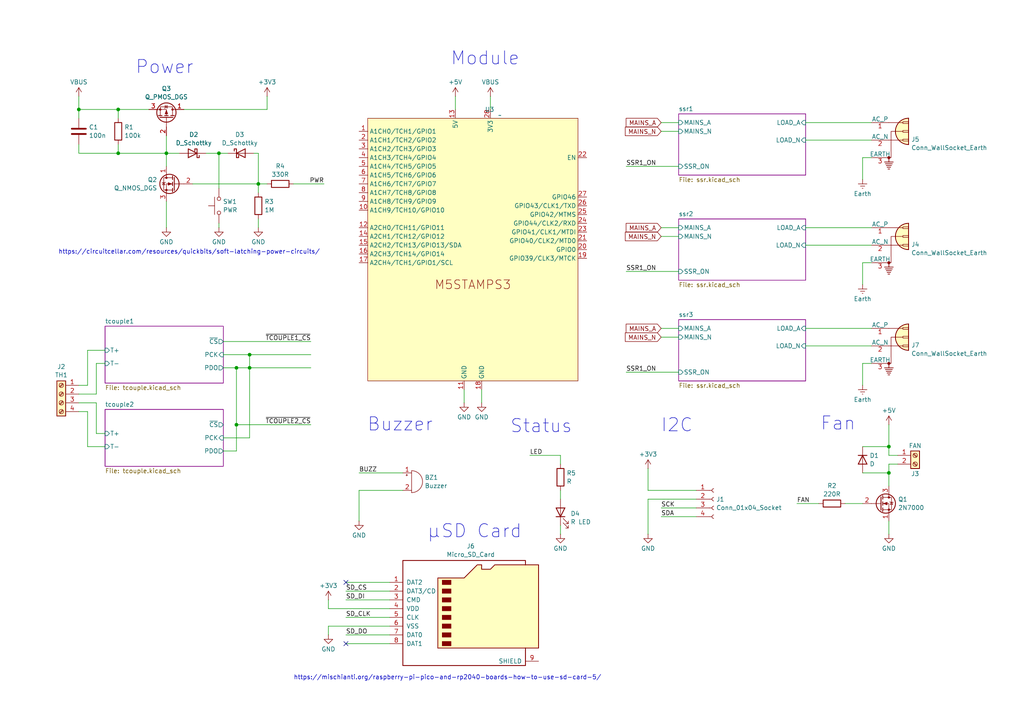
<source format=kicad_sch>
(kicad_sch (version 20231120) (generator "eeschema") (generator_version "8.0")
  (paper "A4")
  (lib_symbols
    (symbol "Connector:Conn_01x04_Socket" (pin_names (offset 1.016) hide)
      (property "Reference" "J" (at 0 5.08 0))
      (property "Value" "Conn_01x04_Socket" (at 0 -7.62 0))
      (symbol "Conn_01x04_Socket_1_1"
        (arc (start 0 -4.572) (mid -0.5058 -5.08) (end 0 -5.588) (stroke (width 0.1524)))
        (arc (start 0 -2.032) (mid -0.5058 -2.54) (end 0 -3.048) (stroke (width 0.1524)))
        (polyline (pts (xy -1.27 -5.08) (xy -0.508 -5.08)) (stroke (width 0.1524)))
        (polyline (pts (xy -1.27 -2.54) (xy -0.508 -2.54)) (stroke (width 0.1524)))
        (polyline (pts (xy -1.27 0) (xy -0.508 0)) (stroke (width 0.1524)))
        (polyline (pts (xy -1.27 2.54) (xy -0.508 2.54)) (stroke (width 0.1524)))
        (arc (start 0 0.508) (mid -0.5058 0) (end 0 -0.508) (stroke (width 0.1524)))
        (arc (start 0 3.048) (mid -0.5058 2.54) (end 0 2.032) (stroke (width 0.1524)))
        (pin passive line (at -5.08 2.54 0) (length 3.81) (name "Pin_1") (number "1"))
        (pin passive line (at -5.08 0 0) (length 3.81) (name "Pin_2") (number "2"))
        (pin passive line (at -5.08 -2.54 0) (length 3.81) (name "Pin_3") (number "3"))
        (pin passive line (at -5.08 -5.08 0) (length 3.81) (name "Pin_4") (number "4"))
      )
    )
    (symbol "Connector:Conn_WallSocket_Earth" (pin_names (offset 0))
      (property "Reference" "J" (at 3.81 6.985 0))
      (property "Value" "Conn_WallSocket_Earth" (at 7.62 2.54 90))
      (symbol "Conn_WallSocket_Earth_0_1"
        (circle (center 0 -5.08) (radius 0.3556) (fill (type outline)))
        (polyline (pts (xy -1.27 -6.35) (xy 1.27 -6.35)) (stroke (width 0.2032)))
        (polyline (pts (xy 0 -5.08) (xy 0 -6.35)) (stroke (width 0.2032)))
        (polyline (pts (xy 0.254 -8.382) (xy -0.254 -8.382)) (stroke (width 0.2032)))
        (polyline (pts (xy 0.508 -7.874) (xy -0.508 -7.874)) (stroke (width 0.2032)))
        (polyline (pts (xy 0.762 -7.366) (xy -0.762 -7.366)) (stroke (width 0.2032)))
        (polyline (pts (xy 1.016 -6.858) (xy -1.016 -6.858)) (stroke (width 0.2032)))
        (polyline (pts (xy 4.064 0) (xy 0 0)))
        (polyline (pts (xy 4.064 5.08) (xy 0 5.08)))
        (polyline (pts (xy 5.715 -1.27) (xy 5.715 6.35)) (stroke (width 0.254)))
        (polyline (pts (xy 0 -5.08) (xy 0.635 -5.08) (xy 0.635 2.54) (xy 4.064 2.54)))
        (rectangle (start 5.715 -0.254) (end 4.064 0.254))
        (rectangle (start 5.715 2.286) (end 4.064 2.794))
        (rectangle (start 5.715 4.826) (end 4.064 5.334))
        (arc (start 5.715 6.35) (mid 1.9216 2.54) (end 5.715 -1.27) (stroke (width 0.254)) (fill (type background)))
      )
      (symbol "Conn_WallSocket_Earth_1_1"
        (pin power_in line (at -5.08 5.08 0) (length 5.08) (name "AC_P") (number "1"))
        (pin power_in line (at -5.08 0 0) (length 5.08) (name "AC_N") (number "2"))
        (pin passive line (at -5.08 -5.08 0) (length 5.08) (name "EARTH") (number "3"))
      )
    )
    (symbol "Connector:Micro_SD_Card" (pin_names (offset 1.016))
      (property "Reference" "J" (at -16.51 15.24 0))
      (property "Value" "Micro_SD_Card" (at 16.51 15.24 0))
      (symbol "Micro_SD_Card_0_1"
        (rectangle (start -7.62 -9.525) (end -5.08 -10.795) (fill (type outline)))
        (rectangle (start -7.62 -6.985) (end -5.08 -8.255) (fill (type outline)))
        (rectangle (start -7.62 -4.445) (end -5.08 -5.715) (fill (type outline)))
        (rectangle (start -7.62 -1.905) (end -5.08 -3.175) (fill (type outline)))
        (rectangle (start -7.62 0.635) (end -5.08 -0.635) (fill (type outline)))
        (rectangle (start -7.62 3.175) (end -5.08 1.905) (fill (type outline)))
        (rectangle (start -7.62 5.715) (end -5.08 4.445) (fill (type outline)))
        (rectangle (start -7.62 8.255) (end -5.08 6.985) (fill (type outline)))
        (polyline (pts (xy 16.51 12.7) (xy 16.51 13.97) (xy -19.05 13.97) (xy -19.05 -16.51) (xy 16.51 -16.51) (xy 16.51 -11.43)) (stroke (width 0.254)))
        (polyline (pts (xy -8.89 -11.43) (xy -8.89 8.89) (xy -1.27 8.89) (xy 2.54 12.7) (xy 3.81 12.7) (xy 3.81 11.43) (xy 6.35 11.43) (xy 7.62 12.7) (xy 20.32 12.7) (xy 20.32 -11.43) (xy -8.89 -11.43)) (stroke (width 0.254)) (fill (type background)))
      )
      (symbol "Micro_SD_Card_1_1"
        (pin bidirectional line (at -22.86 7.62 0) (length 3.81) (name "DAT2") (number "1"))
        (pin bidirectional line (at -22.86 5.08 0) (length 3.81) (name "DAT3/CD") (number "2"))
        (pin input line (at -22.86 2.54 0) (length 3.81) (name "CMD") (number "3"))
        (pin power_in line (at -22.86 0 0) (length 3.81) (name "VDD") (number "4"))
        (pin input line (at -22.86 -2.54 0) (length 3.81) (name "CLK") (number "5"))
        (pin power_in line (at -22.86 -5.08 0) (length 3.81) (name "VSS") (number "6"))
        (pin bidirectional line (at -22.86 -7.62 0) (length 3.81) (name "DAT0") (number "7"))
        (pin bidirectional line (at -22.86 -10.16 0) (length 3.81) (name "DAT1") (number "8"))
        (pin passive line (at 20.32 -15.24 180) (length 3.81) (name "SHIELD") (number "9"))
      )
    )
    (symbol "Connector:Screw_Terminal_01x02" (pin_names (offset 1.016) hide)
      (property "Reference" "J" (at 0 2.54 0))
      (property "Value" "Screw_Terminal_01x02" (at 0 -5.08 0))
      (symbol "Screw_Terminal_01x02_1_1"
        (rectangle (start -1.27 1.27) (end 1.27 -3.81) (stroke (width 0.254)) (fill (type background)))
        (circle (center 0 -2.54) (radius 0.635) (stroke (width 0.1524)))
        (polyline (pts (xy -0.5334 -2.2098) (xy 0.3302 -3.048)) (stroke (width 0.1524)))
        (polyline (pts (xy -0.5334 0.3302) (xy 0.3302 -0.508)) (stroke (width 0.1524)))
        (polyline (pts (xy -0.3556 -2.032) (xy 0.508 -2.8702)) (stroke (width 0.1524)))
        (polyline (pts (xy -0.3556 0.508) (xy 0.508 -0.3302)) (stroke (width 0.1524)))
        (circle (center 0 0) (radius 0.635) (stroke (width 0.1524)))
        (pin passive line (at -5.08 0 0) (length 3.81) (name "Pin_1") (number "1"))
        (pin passive line (at -5.08 -2.54 0) (length 3.81) (name "Pin_2") (number "2"))
      )
    )
    (symbol "Connector:Screw_Terminal_01x04" (pin_names (offset 1.016) hide)
      (property "Reference" "J" (at 0 5.08 0))
      (property "Value" "Screw_Terminal_01x04" (at 0 -7.62 0))
      (symbol "Screw_Terminal_01x04_1_1"
        (rectangle (start -1.27 3.81) (end 1.27 -6.35) (stroke (width 0.254)) (fill (type background)))
        (circle (center 0 -5.08) (radius 0.635) (stroke (width 0.1524)))
        (circle (center 0 -2.54) (radius 0.635) (stroke (width 0.1524)))
        (polyline (pts (xy -0.5334 -4.7498) (xy 0.3302 -5.588)) (stroke (width 0.1524)))
        (polyline (pts (xy -0.5334 -2.2098) (xy 0.3302 -3.048)) (stroke (width 0.1524)))
        (polyline (pts (xy -0.5334 0.3302) (xy 0.3302 -0.508)) (stroke (width 0.1524)))
        (polyline (pts (xy -0.5334 2.8702) (xy 0.3302 2.032)) (stroke (width 0.1524)))
        (polyline (pts (xy -0.3556 -4.572) (xy 0.508 -5.4102)) (stroke (width 0.1524)))
        (polyline (pts (xy -0.3556 -2.032) (xy 0.508 -2.8702)) (stroke (width 0.1524)))
        (polyline (pts (xy -0.3556 0.508) (xy 0.508 -0.3302)) (stroke (width 0.1524)))
        (polyline (pts (xy -0.3556 3.048) (xy 0.508 2.2098)) (stroke (width 0.1524)))
        (circle (center 0 0) (radius 0.635) (stroke (width 0.1524)))
        (circle (center 0 2.54) (radius 0.635) (stroke (width 0.1524)))
        (pin passive line (at -5.08 2.54 0) (length 3.81) (name "Pin_1") (number "1"))
        (pin passive line (at -5.08 0 0) (length 3.81) (name "Pin_2") (number "2"))
        (pin passive line (at -5.08 -2.54 0) (length 3.81) (name "Pin_3") (number "3"))
        (pin passive line (at -5.08 -5.08 0) (length 3.81) (name "Pin_4") (number "4"))
      )
    )
    (symbol "Device:Buzzer" (pin_names (offset 0.0254) hide)
      (property "Reference" "BZ" (at 3.81 1.27 0))
      (property "Value" "Buzzer" (at 3.81 -1.27 0))
      (symbol "Buzzer_0_1"
        (arc (start 0 -3.175) (mid 3.1612 0) (end 0 3.175))
        (polyline (pts (xy -1.651 1.905) (xy -1.143 1.905)))
        (polyline (pts (xy -1.397 2.159) (xy -1.397 1.651)))
        (polyline (pts (xy 0 3.175) (xy 0 -3.175)))
      )
      (symbol "Buzzer_1_1"
        (pin passive line (at -2.54 2.54 0) (length 2.54) (name "+") (number "1"))
        (pin passive line (at -2.54 -2.54 0) (length 2.54) (name "-") (number "2"))
      )
    )
    (symbol "Device:C" (pin_numbers hide) (pin_names (offset 0.254))
      (property "Reference" "C" (at 0.635 2.54 0))
      (property "Value" "C" (at 0.635 -2.54 0))
      (symbol "C_0_1"
        (polyline (pts (xy -2.032 -0.762) (xy 2.032 -0.762)) (stroke (width 0.508)))
        (polyline (pts (xy -2.032 0.762) (xy 2.032 0.762)) (stroke (width 0.508)))
      )
      (symbol "C_1_1"
        (pin passive line (at 0 3.81 270) (length 2.794) (name "~") (number "1"))
        (pin passive line (at 0 -3.81 90) (length 2.794) (name "~") (number "2"))
      )
    )
    (symbol "Device:D" (pin_numbers hide) (pin_names (offset 1.016) hide)
      (property "Reference" "D" (at 0 2.54 0))
      (property "Value" "D" (at 0 -2.54 0))
      (symbol "D_0_1"
        (polyline (pts (xy -1.27 1.27) (xy -1.27 -1.27)) (stroke (width 0.254)))
        (polyline (pts (xy 1.27 0) (xy -1.27 0)))
        (polyline (pts (xy 1.27 1.27) (xy 1.27 -1.27) (xy -1.27 0) (xy 1.27 1.27)) (stroke (width 0.254)))
      )
      (symbol "D_1_1"
        (pin passive line (at -3.81 0 0) (length 2.54) (name "K") (number "1"))
        (pin passive line (at 3.81 0 180) (length 2.54) (name "A") (number "2"))
      )
    )
    (symbol "Device:D_Schottky" (pin_numbers hide) (pin_names (offset 1.016) hide)
      (property "Reference" "D" (at 0 2.54 0))
      (property "Value" "D_Schottky" (at 0 -2.54 0))
      (symbol "D_Schottky_0_1"
        (polyline (pts (xy 1.27 0) (xy -1.27 0)))
        (polyline (pts (xy 1.27 1.27) (xy 1.27 -1.27) (xy -1.27 0) (xy 1.27 1.27)) (stroke (width 0.254)))
        (polyline (pts (xy -1.905 0.635) (xy -1.905 1.27) (xy -1.27 1.27) (xy -1.27 -1.27) (xy -0.635 -1.27) (xy -0.635 -0.635)) (stroke (width 0.254)))
      )
      (symbol "D_Schottky_1_1"
        (pin passive line (at -3.81 0 0) (length 2.54) (name "K") (number "1"))
        (pin passive line (at 3.81 0 180) (length 2.54) (name "A") (number "2"))
      )
    )
    (symbol "Device:LED" (pin_numbers hide) (pin_names (offset 1.016) hide)
      (property "Reference" "D" (at 0 2.54 0))
      (property "Value" "LED" (at 0 -2.54 0))
      (symbol "LED_0_1"
        (polyline (pts (xy -1.27 -1.27) (xy -1.27 1.27)) (stroke (width 0.254)))
        (polyline (pts (xy -1.27 0) (xy 1.27 0)))
        (polyline (pts (xy 1.27 -1.27) (xy 1.27 1.27) (xy -1.27 0) (xy 1.27 -1.27)) (stroke (width 0.254)))
        (polyline (pts (xy -3.048 -0.762) (xy -4.572 -2.286) (xy -3.81 -2.286) (xy -4.572 -2.286) (xy -4.572 -1.524)))
        (polyline (pts (xy -1.778 -0.762) (xy -3.302 -2.286) (xy -2.54 -2.286) (xy -3.302 -2.286) (xy -3.302 -1.524)))
      )
      (symbol "LED_1_1"
        (pin passive line (at -3.81 0 0) (length 2.54) (name "K") (number "1"))
        (pin passive line (at 3.81 0 180) (length 2.54) (name "A") (number "2"))
      )
    )
    (symbol "Device:Q_NMOS_DGS" (pin_names (offset 0) hide)
      (property "Reference" "Q" (at 5.08 1.27 0))
      (property "Value" "Q_NMOS_DGS" (at 5.08 -1.27 0))
      (symbol "Q_NMOS_DGS_0_1"
        (polyline (pts (xy 0.254 0) (xy -2.54 0)))
        (polyline (pts (xy 0.254 1.905) (xy 0.254 -1.905)) (stroke (width 0.254)))
        (polyline (pts (xy 0.762 -1.27) (xy 0.762 -2.286)) (stroke (width 0.254)))
        (polyline (pts (xy 0.762 0.508) (xy 0.762 -0.508)) (stroke (width 0.254)))
        (polyline (pts (xy 0.762 2.286) (xy 0.762 1.27)) (stroke (width 0.254)))
        (polyline (pts (xy 2.54 2.54) (xy 2.54 1.778)))
        (polyline (pts (xy 2.54 -2.54) (xy 2.54 0) (xy 0.762 0)))
        (polyline (pts (xy 0.762 -1.778) (xy 3.302 -1.778) (xy 3.302 1.778) (xy 0.762 1.778)))
        (polyline (pts (xy 1.016 0) (xy 2.032 0.381) (xy 2.032 -0.381) (xy 1.016 0)) (fill (type outline)))
        (polyline (pts (xy 2.794 0.508) (xy 2.921 0.381) (xy 3.683 0.381) (xy 3.81 0.254)))
        (polyline (pts (xy 3.302 0.381) (xy 2.921 -0.254) (xy 3.683 -0.254) (xy 3.302 0.381)))
        (circle (center 1.651 0) (radius 2.794) (stroke (width 0.254)))
        (circle (center 2.54 -1.778) (radius 0.254) (fill (type outline)))
        (circle (center 2.54 1.778) (radius 0.254) (fill (type outline)))
      )
      (symbol "Q_NMOS_DGS_1_1"
        (pin passive line (at 2.54 5.08 270) (length 2.54) (name "D") (number "1"))
        (pin input line (at -5.08 0 0) (length 2.54) (name "G") (number "2"))
        (pin passive line (at 2.54 -5.08 90) (length 2.54) (name "S") (number "3"))
      )
    )
    (symbol "Device:Q_PMOS_DGS" (pin_names (offset 0) hide)
      (property "Reference" "Q" (at 5.08 1.27 0))
      (property "Value" "Q_PMOS_DGS" (at 5.08 -1.27 0))
      (symbol "Q_PMOS_DGS_0_1"
        (polyline (pts (xy 0.254 0) (xy -2.54 0)))
        (polyline (pts (xy 0.254 1.905) (xy 0.254 -1.905)) (stroke (width 0.254)))
        (polyline (pts (xy 0.762 -1.27) (xy 0.762 -2.286)) (stroke (width 0.254)))
        (polyline (pts (xy 0.762 0.508) (xy 0.762 -0.508)) (stroke (width 0.254)))
        (polyline (pts (xy 0.762 2.286) (xy 0.762 1.27)) (stroke (width 0.254)))
        (polyline (pts (xy 2.54 2.54) (xy 2.54 1.778)))
        (polyline (pts (xy 2.54 -2.54) (xy 2.54 0) (xy 0.762 0)))
        (polyline (pts (xy 0.762 1.778) (xy 3.302 1.778) (xy 3.302 -1.778) (xy 0.762 -1.778)))
        (polyline (pts (xy 2.286 0) (xy 1.27 0.381) (xy 1.27 -0.381) (xy 2.286 0)) (fill (type outline)))
        (polyline (pts (xy 2.794 -0.508) (xy 2.921 -0.381) (xy 3.683 -0.381) (xy 3.81 -0.254)))
        (polyline (pts (xy 3.302 -0.381) (xy 2.921 0.254) (xy 3.683 0.254) (xy 3.302 -0.381)))
        (circle (center 1.651 0) (radius 2.794) (stroke (width 0.254)))
        (circle (center 2.54 -1.778) (radius 0.254) (fill (type outline)))
        (circle (center 2.54 1.778) (radius 0.254) (fill (type outline)))
      )
      (symbol "Q_PMOS_DGS_1_1"
        (pin passive line (at 2.54 5.08 270) (length 2.54) (name "D") (number "1"))
        (pin input line (at -5.08 0 0) (length 2.54) (name "G") (number "2"))
        (pin passive line (at 2.54 -5.08 90) (length 2.54) (name "S") (number "3"))
      )
    )
    (symbol "Device:R" (pin_numbers hide) (pin_names (offset 0))
      (property "Reference" "R" (at 2.032 0 90))
      (property "Value" "R" (at 0 0 90))
      (symbol "R_0_1"
        (rectangle (start -1.016 -2.54) (end 1.016 2.54) (stroke (width 0.254)))
      )
      (symbol "R_1_1"
        (pin passive line (at 0 3.81 270) (length 1.27) (name "~") (number "1"))
        (pin passive line (at 0 -3.81 90) (length 1.27) (name "~") (number "2"))
      )
    )
    (symbol "M5Stack:M5STAMPS3"
      (property "Reference" "U" (at -48.26 -2.54 0))
      (symbol "M5STAMPS3_0_1"
        (rectangle (start -30.48 36.83) (end 30.48 -39.37) (fill (type background)))
      )
      (symbol "M5STAMPS3_1_0"
        (text "M5STAMPS3\n" (at 0 -11.43 0) (effects (font (size 2.54 2.54))))
      )
      (symbol "M5STAMPS3_1_1"
        (pin bidirectional line (at -33.02 33.02 0) (length 2.54) (name "A1CH0/TCH1/GPIO1") (number "1"))
        (pin bidirectional line (at -33.02 10.16 0) (length 2.54) (name "A1CH9/TCH10/GPIO10") (number "10"))
        (pin power_in line (at -2.54 -41.91 90) (length 2.54) (name "GND") (number "11"))
        (pin bidirectional line (at -33.02 5.08 0) (length 2.54) (name "A2CH0/TCH11/GPIO11") (number "12"))
        (pin power_in line (at -5.08 39.37 270) (length 2.54) (name "5V") (number "13"))
        (pin bidirectional line (at -33.02 2.54 0) (length 2.54) (name "A2CH1/TCH12/GPIO12") (number "14"))
        (pin bidirectional line (at -33.02 0 0) (length 2.54) (name "A2CH2/TCH13/GPIO13/SDA") (number "15"))
        (pin bidirectional line (at -33.02 -2.54 0) (length 2.54) (name "A2CH3/TCH14/GPIO14") (number "16"))
        (pin bidirectional line (at -33.02 -5.08 0) (length 2.54) (name "A2CH4/TCH1/GPIO1/SCL") (number "17"))
        (pin power_in line (at 2.54 -41.91 90) (length 2.54) (name "GND") (number "18"))
        (pin bidirectional line (at 33.02 -3.81 180) (length 2.54) (name "GPIO39/CLK3/MTCK") (number "19"))
        (pin bidirectional line (at -33.02 30.48 0) (length 2.54) (name "A1CH1/TCH2/GPIO2") (number "2"))
        (pin bidirectional line (at 33.02 -1.27 180) (length 2.54) (name "GPIO0") (number "20"))
        (pin bidirectional line (at 33.02 1.27 180) (length 2.54) (name "GPIO40/CLK2/MTD0") (number "21"))
        (pin input line (at 33.02 25.4 180) (length 2.54) (name "EN") (number "22"))
        (pin bidirectional line (at 33.02 3.81 180) (length 2.54) (name "GPIO41/CLK1/MTDI") (number "23"))
        (pin bidirectional line (at 33.02 6.35 180) (length 2.54) (name "GPIO44/CLK2/RXD") (number "24"))
        (pin bidirectional line (at 33.02 8.89 180) (length 2.54) (name "GPIO42/MTMS") (number "25"))
        (pin bidirectional line (at 33.02 11.43 180) (length 2.54) (name "GPIO43/CLK1/TXD") (number "26"))
        (pin bidirectional line (at 33.02 13.97 180) (length 2.54) (name "GPIO46") (number "27"))
        (pin power_in line (at 5.08 39.37 270) (length 2.54) (name "3V3") (number "28"))
        (pin bidirectional line (at -33.02 27.94 0) (length 2.54) (name "A1CH2/TCH3/GPIO3") (number "3"))
        (pin bidirectional line (at -33.02 25.4 0) (length 2.54) (name "A1CH3/TCH4/GPIO4") (number "4"))
        (pin bidirectional line (at -33.02 22.86 0) (length 2.54) (name "A1CH4/TCH5/GPIO5") (number "5"))
        (pin bidirectional line (at -33.02 20.32 0) (length 2.54) (name "A1CH5/TCH6/GPIO6") (number "6"))
        (pin bidirectional line (at -33.02 17.78 0) (length 2.54) (name "A1CH6/TCH7/GPIO7") (number "7"))
        (pin bidirectional line (at -33.02 15.24 0) (length 2.54) (name "A1CH7/TCH8/GPIO8") (number "8"))
        (pin bidirectional line (at -33.02 12.7 0) (length 2.54) (name "A1CH8/TCH9/GPIO9") (number "9"))
      )
    )
    (symbol "Switch:SW_Push" (pin_numbers hide) (pin_names (offset 1.016) hide)
      (property "Reference" "SW" (at 1.27 2.54 0))
      (property "Value" "SW_Push" (at 0 -1.524 0))
      (symbol "SW_Push_0_1"
        (circle (center -2.032 0) (radius 0.508))
        (polyline (pts (xy 0 1.27) (xy 0 3.048)))
        (polyline (pts (xy 2.54 1.27) (xy -2.54 1.27)))
        (circle (center 2.032 0) (radius 0.508))
        (pin passive line (at -5.08 0 0) (length 2.54) (name "1") (number "1"))
        (pin passive line (at 5.08 0 180) (length 2.54) (name "2") (number "2"))
      )
    )
    (symbol "Transistor_FET:2N7000" (pin_names hide)
      (property "Reference" "Q" (at 5.08 1.905 0))
      (property "Value" "2N7000" (at 5.08 0 0))
      (symbol "2N7000_0_1"
        (polyline (pts (xy 0.254 0) (xy -2.54 0)))
        (polyline (pts (xy 0.254 1.905) (xy 0.254 -1.905)) (stroke (width 0.254)))
        (polyline (pts (xy 0.762 -1.27) (xy 0.762 -2.286)) (stroke (width 0.254)))
        (polyline (pts (xy 0.762 0.508) (xy 0.762 -0.508)) (stroke (width 0.254)))
        (polyline (pts (xy 0.762 2.286) (xy 0.762 1.27)) (stroke (width 0.254)))
        (polyline (pts (xy 2.54 2.54) (xy 2.54 1.778)))
        (polyline (pts (xy 2.54 -2.54) (xy 2.54 0) (xy 0.762 0)))
        (polyline (pts (xy 0.762 -1.778) (xy 3.302 -1.778) (xy 3.302 1.778) (xy 0.762 1.778)))
        (polyline (pts (xy 1.016 0) (xy 2.032 0.381) (xy 2.032 -0.381) (xy 1.016 0)) (fill (type outline)))
        (polyline (pts (xy 2.794 0.508) (xy 2.921 0.381) (xy 3.683 0.381) (xy 3.81 0.254)))
        (polyline (pts (xy 3.302 0.381) (xy 2.921 -0.254) (xy 3.683 -0.254) (xy 3.302 0.381)))
        (circle (center 1.651 0) (radius 2.794) (stroke (width 0.254)))
        (circle (center 2.54 -1.778) (radius 0.254) (fill (type outline)))
        (circle (center 2.54 1.778) (radius 0.254) (fill (type outline)))
      )
      (symbol "2N7000_1_1"
        (pin passive line (at 2.54 -5.08 90) (length 2.54) (name "S") (number "1"))
        (pin input line (at -5.08 0 0) (length 2.54) (name "G") (number "2"))
        (pin passive line (at 2.54 5.08 270) (length 2.54) (name "D") (number "3"))
      )
    )
    (symbol "power:+3V3" (power) (pin_numbers hide) (pin_names (offset 0) hide)
      (property "Value" "+3V3" (at 0 3.556 0))
      (symbol "+3V3_0_1"
        (polyline (pts (xy -0.762 1.27) (xy 0 2.54)))
        (polyline (pts (xy 0 0) (xy 0 2.54)))
        (polyline (pts (xy 0 2.54) (xy 0.762 1.27)))
      )
      (symbol "+3V3_1_1"
        (pin power_in line (at 0 0 90) (length 0) (name "~") (number "1"))
      )
    )
    (symbol "power:+5V" (power) (pin_numbers hide) (pin_names (offset 0) hide)
      (property "Value" "+5V" (at 0 3.556 0))
      (symbol "+5V_0_1"
        (polyline (pts (xy -0.762 1.27) (xy 0 2.54)))
        (polyline (pts (xy 0 0) (xy 0 2.54)))
        (polyline (pts (xy 0 2.54) (xy 0.762 1.27)))
      )
      (symbol "+5V_1_1"
        (pin power_in line (at 0 0 90) (length 0) (name "~") (number "1"))
      )
    )
    (symbol "power:Earth" (power) (pin_numbers hide) (pin_names (offset 0) hide)
      (property "Value" "Earth" (at 0 -3.81 0))
      (symbol "Earth_0_1"
        (polyline (pts (xy -0.635 -1.905) (xy 0.635 -1.905)))
        (polyline (pts (xy -0.127 -2.54) (xy 0.127 -2.54)))
        (polyline (pts (xy 0 -1.27) (xy 0 0)))
        (polyline (pts (xy 1.27 -1.27) (xy -1.27 -1.27)))
      )
      (symbol "Earth_1_1"
        (pin power_in line (at 0 0 270) (length 0) (name "~") (number "1"))
      )
    )
    (symbol "power:GND" (power) (pin_numbers hide) (pin_names (offset 0) hide)
      (property "Value" "GND" (at 0 -3.81 0))
      (symbol "GND_0_1"
        (polyline (pts (xy 0 0) (xy 0 -1.27) (xy 1.27 -1.27) (xy 0 -2.54) (xy -1.27 -1.27) (xy 0 -1.27)))
      )
      (symbol "GND_1_1"
        (pin power_in line (at 0 0 270) (length 0) (name "~") (number "1"))
      )
    )
    (symbol "power:VBUS" (power) (pin_numbers hide) (pin_names (offset 0) hide)
      (property "Value" "VBUS" (at 0 3.556 0))
      (symbol "VBUS_0_1"
        (polyline (pts (xy -0.762 1.27) (xy 0 2.54)))
        (polyline (pts (xy 0 0) (xy 0 2.54)))
        (polyline (pts (xy 0 2.54) (xy 0.762 1.27)))
      )
      (symbol "VBUS_1_1"
        (pin power_in line (at 0 0 90) (length 0) (name "~") (number "1"))
      )
    )
  )
  (junction (at 48.26 44.45))
  (junction (at 34.29 31.75))
  (junction (at 257.81 129.54))
  (junction (at 74.93 53.34))
  (junction (at 68.58 106.68))
  (junction (at 22.86 31.75))
  (junction (at 72.39 106.68))
  (junction (at 72.39 102.87))
  (junction (at 63.5 44.45))
  (junction (at 257.81 137.16))
  (junction (at 68.58 123.19))
  (junction (at 34.29 44.45))
  (no_connect (at 100.33 168.91))
  (no_connect (at 100.33 186.69))
  (wire (pts (xy 59.69 44.45) (xy 63.5 44.45)))
  (wire (pts (xy 22.86 116.84) (xy 27.94 116.84)))
  (wire (pts (xy 250.19 105.41) (xy 250.19 111.76)))
  (wire (pts (xy 250.19 45.72) (xy 250.19 52.07)))
  (wire (pts (xy 257.81 134.62) (xy 257.81 137.16)))
  (wire (pts (xy 153.67 132.08) (xy 162.56 132.08)))
  (wire (pts (xy 196.85 66.04) (xy 191.77 66.04)))
  (wire (pts (xy 257.81 123.19) (xy 257.81 129.54)))
  (wire (pts (xy 63.5 44.45) (xy 66.04 44.45)))
  (wire (pts (xy 74.93 44.45) (xy 74.93 53.34)))
  (wire (pts (xy 187.96 144.78) (xy 201.93 144.78)))
  (wire (pts (xy 134.62 113.03) (xy 134.62 116.84)))
  (wire (pts (xy 233.68 35.56) (xy 252.73 35.56)))
  (wire (pts (xy 64.77 102.87) (xy 72.39 102.87)))
  (wire (pts (xy 233.68 66.04) (xy 252.73 66.04)))
  (wire (pts (xy 48.26 48.26) (xy 48.26 44.45)))
  (wire (pts (xy 73.66 44.45) (xy 74.93 44.45)))
  (wire (pts (xy 22.86 31.75) (xy 22.86 34.29)))
  (wire (pts (xy 25.4 129.54) (xy 30.48 129.54)))
  (wire (pts (xy 55.88 53.34) (xy 74.93 53.34)))
  (wire (pts (xy 191.77 147.32) (xy 201.93 147.32)))
  (wire (pts (xy 231.14 146.05) (xy 237.49 146.05)))
  (wire (pts (xy 191.77 149.86) (xy 201.93 149.86)))
  (wire (pts (xy 100.33 184.15) (xy 113.03 184.15)))
  (wire (pts (xy 68.58 123.19) (xy 90.17 123.19)))
  (wire (pts (xy 27.94 125.73) (xy 30.48 125.73)))
  (wire (pts (xy 34.29 41.91) (xy 34.29 44.45)))
  (wire (pts (xy 142.24 27.94) (xy 142.24 31.75)))
  (wire (pts (xy 85.09 53.34) (xy 93.98 53.34)))
  (wire (pts (xy 100.33 168.91) (xy 113.03 168.91)))
  (wire (pts (xy 233.68 40.64) (xy 252.73 40.64)))
  (wire (pts (xy 100.33 179.07) (xy 113.03 179.07)))
  (wire (pts (xy 64.77 127) (xy 72.39 127)))
  (wire (pts (xy 95.25 176.53) (xy 95.25 173.99)))
  (wire (pts (xy 257.81 137.16) (xy 257.81 140.97)))
  (wire (pts (xy 162.56 134.62) (xy 162.56 132.08)))
  (wire (pts (xy 48.26 58.42) (xy 48.26 66.04)))
  (wire (pts (xy 233.68 71.12) (xy 252.73 71.12)))
  (wire (pts (xy 104.14 137.16) (xy 116.84 137.16)))
  (wire (pts (xy 22.86 31.75) (xy 34.29 31.75)))
  (wire (pts (xy 34.29 44.45) (xy 48.26 44.45)))
  (wire (pts (xy 64.77 130.81) (xy 68.58 130.81)))
  (wire (pts (xy 257.81 151.13) (xy 257.81 154.94)))
  (wire (pts (xy 132.08 27.94) (xy 132.08 31.75)))
  (wire (pts (xy 257.81 132.08) (xy 257.81 129.54)))
  (wire (pts (xy 250.19 129.54) (xy 257.81 129.54)))
  (wire (pts (xy 63.5 44.45) (xy 63.5 54.61)))
  (wire (pts (xy 181.61 78.74) (xy 196.85 78.74)))
  (wire (pts (xy 187.96 142.24) (xy 201.93 142.24)))
  (wire (pts (xy 100.33 186.69) (xy 113.03 186.69)))
  (wire (pts (xy 95.25 181.61) (xy 113.03 181.61)))
  (wire (pts (xy 68.58 130.81) (xy 68.58 123.19)))
  (wire (pts (xy 53.34 31.75) (xy 77.47 31.75)))
  (wire (pts (xy 48.26 44.45) (xy 52.07 44.45)))
  (wire (pts (xy 34.29 31.75) (xy 43.18 31.75)))
  (wire (pts (xy 196.85 97.79) (xy 191.77 97.79)))
  (wire (pts (xy 25.4 111.76) (xy 25.4 101.6)))
  (wire (pts (xy 72.39 102.87) (xy 72.39 106.68)))
  (wire (pts (xy 250.19 76.2) (xy 250.19 82.55)))
  (wire (pts (xy 187.96 135.89) (xy 187.96 142.24)))
  (wire (pts (xy 25.4 101.6) (xy 30.48 101.6)))
  (wire (pts (xy 22.86 119.38) (xy 25.4 119.38)))
  (wire (pts (xy 72.39 102.87) (xy 90.17 102.87)))
  (wire (pts (xy 139.7 113.03) (xy 139.7 116.84)))
  (wire (pts (xy 162.56 142.24) (xy 162.56 144.78)))
  (wire (pts (xy 187.96 144.78) (xy 187.96 154.94)))
  (wire (pts (xy 252.73 105.41) (xy 250.19 105.41)))
  (wire (pts (xy 233.68 100.33) (xy 252.73 100.33)))
  (wire (pts (xy 72.39 106.68) (xy 72.39 127)))
  (wire (pts (xy 116.84 142.24) (xy 104.14 142.24)))
  (wire (pts (xy 95.25 176.53) (xy 113.03 176.53)))
  (wire (pts (xy 77.47 31.75) (xy 77.47 27.94)))
  (wire (pts (xy 104.14 142.24) (xy 104.14 151.13)))
  (wire (pts (xy 181.61 48.26) (xy 196.85 48.26)))
  (wire (pts (xy 74.93 53.34) (xy 77.47 53.34)))
  (wire (pts (xy 100.33 171.45) (xy 113.03 171.45)))
  (wire (pts (xy 68.58 106.68) (xy 64.77 106.68)))
  (wire (pts (xy 100.33 173.99) (xy 113.03 173.99)))
  (wire (pts (xy 250.19 137.16) (xy 257.81 137.16)))
  (wire (pts (xy 196.85 38.1) (xy 191.77 38.1)))
  (wire (pts (xy 196.85 68.58) (xy 191.77 68.58)))
  (wire (pts (xy 95.25 184.15) (xy 95.25 181.61)))
  (wire (pts (xy 72.39 106.68) (xy 68.58 106.68)))
  (wire (pts (xy 27.94 116.84) (xy 27.94 125.73)))
  (wire (pts (xy 25.4 119.38) (xy 25.4 129.54)))
  (wire (pts (xy 27.94 114.3) (xy 27.94 105.41)))
  (wire (pts (xy 260.35 134.62) (xy 257.81 134.62)))
  (wire (pts (xy 22.86 41.91) (xy 22.86 44.45)))
  (wire (pts (xy 74.93 53.34) (xy 74.93 55.88)))
  (wire (pts (xy 162.56 152.4) (xy 162.56 154.94)))
  (wire (pts (xy 252.73 76.2) (xy 250.19 76.2)))
  (wire (pts (xy 181.61 107.95) (xy 196.85 107.95)))
  (wire (pts (xy 233.68 95.25) (xy 252.73 95.25)))
  (wire (pts (xy 22.86 27.94) (xy 22.86 31.75)))
  (wire (pts (xy 245.11 146.05) (xy 250.19 146.05)))
  (wire (pts (xy 64.77 99.06) (xy 90.17 99.06)))
  (wire (pts (xy 260.35 132.08) (xy 257.81 132.08)))
  (wire (pts (xy 196.85 95.25) (xy 191.77 95.25)))
  (wire (pts (xy 22.86 111.76) (xy 25.4 111.76)))
  (wire (pts (xy 34.29 34.29) (xy 34.29 31.75)))
  (wire (pts (xy 27.94 105.41) (xy 30.48 105.41)))
  (wire (pts (xy 252.73 45.72) (xy 250.19 45.72)))
  (wire (pts (xy 48.26 44.45) (xy 48.26 39.37)))
  (wire (pts (xy 196.85 35.56) (xy 191.77 35.56)))
  (wire (pts (xy 68.58 123.19) (xy 68.58 106.68)))
  (wire (pts (xy 72.39 106.68) (xy 90.17 106.68)))
  (wire (pts (xy 74.93 63.5) (xy 74.93 66.04)))
  (wire (pts (xy 63.5 64.77) (xy 63.5 66.04)))
  (wire (pts (xy 22.86 44.45) (xy 34.29 44.45)))
  (wire (pts (xy 22.86 114.3) (xy 27.94 114.3)))
  (text "Power" (at 47.752 19.558 0) (effects (font (size 3.81 3.81))))
  (text "I2C" (at 196.342 123.444 0) (effects (font (size 3.81 3.81))))
  (text "https://mischianti.org/raspberry-pi-pico-and-rp2040-boards-how-to-use-sd-card-5/" (at 129.794 196.596 0) (effects (font (size 1.27 1.27))))
  (text "Fan" (at 243.078 122.936 0) (effects (font (size 3.81 3.81))))
  (text "Buzzer" (at 116.078 123.19 0) (effects (font (size 3.81 3.81))))
  (text "μSD Card" (at 137.668 154.178 0) (effects (font (size 3.81 3.81))))
  (text "Status" (at 156.972 123.698 0) (effects (font (size 3.81 3.81))))
  (text "https://circuitcellar.com/resources/quickbits/soft-latching-power-circuits/" (at 54.864 73.152 0) (effects (font (size 1.27 1.27))))
  (text "Module" (at 140.716 17.018 0) (effects (font (size 3.81 3.81))))
  (label "LED" (at 153.67 132.08 0))
  (label "BUZZ" (at 104.14 137.16 0))
  (label "SD_DI" (at 100.33 173.99 0))
  (label "SD_CLK" (at 100.33 179.07 0))
  (label "SSR1_ON" (at 181.61 107.95 0))
  (label "SD_DO" (at 100.33 184.15 0))
  (label "PWR" (at 93.98 53.34 180))
  (label "SD_CS" (at 100.33 171.45 0))
  (label "~{TCOUPLE2_CS}" (at 90.17 123.19 180))
  (label "FAN" (at 231.14 146.05 0))
  (label "SSR1_ON" (at 181.61 78.74 0))
  (label "SSR1_ON" (at 181.61 48.26 0))
  (label "SDA" (at 191.77 149.86 0))
  (label "SCK" (at 191.77 147.32 0))
  (label "~{TCOUPLE1_CS}" (at 90.17 99.06 180))
  (global_label "MAINS_A" (shape input) (at 191.77 35.56 180) (property "Intersheetrefs" "${INTERSHEET_REFS}" (effects (hide yes))))
  (global_label "MAINS_A" (shape input) (at 191.77 66.04 180) (property "Intersheetrefs" "${INTERSHEET_REFS}" (effects (hide yes))))
  (global_label "MAINS_N" (shape input) (at 191.77 97.79 180) (property "Intersheetrefs" "${INTERSHEET_REFS}" (effects (hide yes))))
  (global_label "MAINS_N" (shape input) (at 191.77 38.1 180) (property "Intersheetrefs" "${INTERSHEET_REFS}" (effects (hide yes))))
  (global_label "MAINS_N" (shape input) (at 191.77 68.58 180) (property "Intersheetrefs" "${INTERSHEET_REFS}" (effects (hide yes))))
  (global_label "MAINS_A" (shape input) (at 191.77 95.25 180) (property "Intersheetrefs" "${INTERSHEET_REFS}" (effects (hide yes))))
  (symbol (lib_id "Device:R") (at 241.3 146.05 90) (unit 1)
    (property "Reference" "R2" (at 241.3 140.8895 90))
    (property "Value" "220R" (at 241.3 143.3138 90))
    (property "Description" "Resistor" (effects (hide yes)))
  )
  (symbol (lib_id "power:GND") (at 257.81 154.94 0) (unit 1)
    (property "Reference" "#PWR01" (effects (hide yes)))
    (property "Value" "GND" (at 257.81 159.0731 0))
    (property "Description" "Power symbol creates a global label with name \"GND\" , ground" (effects (hide yes)))
  )
  (symbol (lib_id "power:VBUS") (at 142.24 27.94 0) (unit 1)
    (property "Reference" "#PWR015" (effects (hide yes)))
    (property "Value" "VBUS" (at 142.24 23.8069 0))
    (property "Description" "Power symbol creates a global label with name \"VBUS\"" (effects (hide yes)))
  )
  (symbol (lib_id "Switch:SW_Push") (at 63.5 59.69 90) (unit 1)
    (property "Reference" "SW1" (at 64.643 58.4778 90) (effects (justify right)))
    (property "Value" "PWR" (at 64.643 60.9021 90) (effects (justify right)))
    (property "Description" "Push button switch, generic, two pins" (effects (hide yes)))
  )
  (symbol (lib_id "power:+3V3") (at 187.96 135.89 0) (unit 1)
    (property "Reference" "#PWR014" (effects (hide yes)))
    (property "Value" "+3V3" (at 187.96 131.7569 0))
    (property "Description" "Power symbol creates a global label with name \"+3V3\"" (effects (hide yes)))
  )
  (symbol (lib_id "power:+5V") (at 257.81 123.19 0) (unit 1)
    (property "Reference" "#PWR010" (effects (hide yes)))
    (property "Value" "+5V" (at 257.81 119.0569 0))
    (property "Description" "Power symbol creates a global label with name \"+5V\"" (effects (hide yes)))
  )
  (symbol (lib_id "power:GND") (at 95.25 184.15 0) (unit 1)
    (property "Reference" "#PWR036" (effects (hide yes)))
    (property "Value" "GND" (at 95.25 188.2831 0))
    (property "Description" "Power symbol creates a global label with name \"GND\" , ground" (effects (hide yes)))
  )
  (symbol (lib_id "Connector:Micro_SD_Card") (at 135.89 176.53 0) (unit 1)
    (property "Reference" "J6" (at 136.525 158.4155 0))
    (property "Value" "Micro_SD_Card" (at 136.525 160.8398 0))
    (property "Datasheet" "http://katalog.we-online.de/em/datasheet/693072010801.pdf" (effects (hide yes)))
    (property "Description" "Micro SD Card Socket" (effects (hide yes)))
  )
  (symbol (lib_id "Device:Buzzer") (at 119.38 139.7 0) (unit 1)
    (property "Reference" "BZ1" (at 123.1762 138.4878 0) (effects (justify left)))
    (property "Value" "Buzzer" (at 123.1762 140.9121 0) (effects (justify left)))
    (property "Description" "Buzzer, polarized" (effects (hide yes)))
  )
  (symbol (lib_id "Device:R") (at 74.93 59.69 0) (unit 1)
    (property "Reference" "R3" (at 76.708 58.4778 0) (effects (justify left)))
    (property "Value" "1M" (at 76.708 60.9021 0) (effects (justify left)))
    (property "Description" "Resistor" (effects (hide yes)))
  )
  (symbol (lib_id "power:GND") (at 139.7 116.84 0) (unit 1)
    (property "Reference" "#PWR02" (effects (hide yes)))
    (property "Value" "GND" (at 139.7 120.9731 0))
    (property "Description" "Power symbol creates a global label with name \"GND\" , ground" (effects (hide yes)))
  )
  (symbol (lib_id "Device:LED") (at 162.56 148.59 90) (unit 1)
    (property "Reference" "D4" (at 165.481 148.9653 90) (effects (justify right)))
    (property "Value" "R LED" (at 165.481 151.3896 90) (effects (justify right)))
    (property "Description" "Light emitting diode" (effects (hide yes)))
  )
  (symbol (lib_id "Device:R") (at 162.56 138.43 0) (unit 1)
    (property "Reference" "R5" (at 164.338 137.2178 0) (effects (justify left)))
    (property "Value" "R" (at 164.338 139.6421 0) (effects (justify left)))
    (property "Description" "Resistor" (effects (hide yes)))
  )
  (symbol (lib_id "power:VBUS") (at 22.86 27.94 0) (unit 1)
    (property "Reference" "#PWR016" (effects (hide yes)))
    (property "Value" "VBUS" (at 22.86 23.8069 0))
    (property "Description" "Power symbol creates a global label with name \"VBUS\"" (effects (hide yes)))
  )
  (symbol (lib_id "Connector:Conn_WallSocket_Earth") (at 257.81 100.33 0) (unit 1)
    (property "Reference" "J7" (at 264.3036 100.1211 0) (effects (justify left)))
    (property "Value" "Conn_WallSocket_Earth" (at 264.3036 102.5454 0) (effects (justify left)))
    (property "Description" "3-pin german wall socket, with Earth wire (110VAC, 220VAC)" (effects (hide yes)))
  )
  (symbol (lib_id "Device:C") (at 22.86 38.1 0) (unit 1)
    (property "Reference" "C1" (at 25.781 36.8878 0) (effects (justify left)))
    (property "Value" "100n" (at 25.781 39.3121 0) (effects (justify left)))
    (property "Description" "Unpolarized capacitor" (effects (hide yes)))
  )
  (symbol (lib_id "Device:D") (at 250.19 133.35 270) (unit 1)
    (property "Reference" "D1" (at 252.222 132.1378 90) (effects (justify left)))
    (property "Value" "D" (at 252.222 134.5621 90) (effects (justify left)))
    (property "Description" "Diode" (effects (hide yes)))
    (property "Sim.Device" "D" (effects (hide yes)))
    (property "Sim.Pins" "1=K 2=A" (effects (hide yes)))
  )
  (symbol (lib_id "power:GND") (at 63.5 66.04 0) (unit 1)
    (property "Reference" "#PWR018" (effects (hide yes)))
    (property "Value" "GND" (at 63.5 70.1731 0))
    (property "Description" "Power symbol creates a global label with name \"GND\" , ground" (effects (hide yes)))
  )
  (symbol (lib_id "power:GND") (at 134.62 116.84 0) (unit 1)
    (property "Reference" "#PWR03" (effects (hide yes)))
    (property "Value" "GND" (at 134.62 120.9731 0))
    (property "Description" "Power symbol creates a global label with name \"GND\" , ground" (effects (hide yes)))
  )
  (symbol (lib_id "power:+5V") (at 132.08 27.94 0) (unit 1)
    (property "Reference" "#PWR09" (effects (hide yes)))
    (property "Value" "+5V" (at 132.08 23.8069 0))
    (property "Description" "Power symbol creates a global label with name \"+5V\"" (effects (hide yes)))
  )
  (symbol (lib_id "power:GND") (at 187.96 154.94 0) (unit 1)
    (property "Reference" "#PWR013" (effects (hide yes)))
    (property "Value" "GND" (at 187.96 159.0731 0))
    (property "Description" "Power symbol creates a global label with name \"GND\" , ground" (effects (hide yes)))
  )
  (symbol (lib_id "power:+3V3") (at 77.47 27.94 0) (unit 1)
    (property "Reference" "#PWR04" (effects (hide yes)))
    (property "Value" "+3V3" (at 77.47 23.8069 0))
    (property "Description" "Power symbol creates a global label with name \"+3V3\"" (effects (hide yes)))
  )
  (symbol (lib_id "Device:R") (at 34.29 38.1 0) (unit 1)
    (property "Reference" "R1" (at 36.068 36.8878 0) (effects (justify left)))
    (property "Value" "100k" (at 36.068 39.3121 0) (effects (justify left)))
    (property "Description" "Resistor" (effects (hide yes)))
  )
  (symbol (lib_id "power:+3V3") (at 95.25 173.99 0) (unit 1)
    (property "Reference" "#PWR021" (effects (hide yes)))
    (property "Value" "+3V3" (at 95.25 169.8569 0))
    (property "Description" "Power symbol creates a global label with name \"+3V3\"" (effects (hide yes)))
  )
  (symbol (lib_id "Device:Q_PMOS_DGS") (at 48.26 34.29 270) (mirror x) (unit 1)
    (property "Reference" "Q3" (at 48.26 25.7005 90))
    (property "Value" "Q_PMOS_DGS" (at 48.26 28.1248 90))
    (property "Description" "P-MOSFET transistor, drain/gate/source" (effects (hide yes)))
  )
  (symbol (lib_id "Connector:Conn_WallSocket_Earth") (at 257.81 71.12 0) (unit 1)
    (property "Reference" "J4" (at 264.3036 70.9111 0) (effects (justify left)))
    (property "Value" "Conn_WallSocket_Earth" (at 264.3036 73.3354 0) (effects (justify left)))
    (property "Description" "3-pin german wall socket, with Earth wire (110VAC, 220VAC)" (effects (hide yes)))
  )
  (symbol (lib_id "Transistor_FET:2N7000") (at 255.27 146.05 0) (unit 1)
    (property "Reference" "Q1" (at 260.477 144.8378 0) (effects (justify left)))
    (property "Value" "2N7000" (at 260.477 147.2621 0) (effects (justify left)))
    (property "Footprint" "Package_TO_SOT_THT:TO-92_Inline" (effects (hide yes)))
    (property "Datasheet" "https://www.vishay.com/docs/70226/70226.pdf" (effects (hide yes)))
    (property "Description" "0.2A Id, 200V Vds, N-Channel MOSFET, 2.6V Logic Level, TO-92" (effects (hide yes)))
  )
  (symbol (lib_id "M5Stack:M5STAMPS3") (at 137.16 71.12 0) (unit 1)
    (property "Reference" "U3" (at 140.6241 31.7585 0) (effects (justify left)))
    (property "Value" "~" (at 144.4341 33.4399 0) (effects (justify left)))
    (property "Description" "Module M5Stack Stamp-S3" (effects (hide yes)))
  )
  (symbol (lib_id "power:GND") (at 162.56 154.94 0) (unit 1)
    (property "Reference" "#PWR022" (effects (hide yes)))
    (property "Value" "GND" (at 162.56 159.0731 0))
    (property "Description" "Power symbol creates a global label with name \"GND\" , ground" (effects (hide yes)))
  )
  (symbol (lib_id "Device:D_Schottky") (at 55.88 44.45 180) (unit 1)
    (property "Reference" "D2" (at 56.1975 39.0355 0))
    (property "Value" "D_Schottky" (at 56.1975 41.4598 0))
    (property "Description" "Schottky diode" (effects (hide yes)))
  )
  (symbol (lib_id "Connector:Screw_Terminal_01x02") (at 265.43 132.08 0) (unit 1)
    (property "Reference" "J3" (at 265.43 137.414 0))
    (property "Value" "FAN" (at 265.43 129.286 0))
    (property "Description" "Generic screw terminal, single row, 01x02, script generated (kicad-library-utils/schlib/autogen/connector/)" (effects (hide yes)))
  )
  (symbol (lib_id "Device:D_Schottky") (at 69.85 44.45 0) (unit 1)
    (property "Reference" "D3" (at 69.5325 39.0355 0))
    (property "Value" "D_Schottky" (at 69.5325 41.4598 0))
    (property "Description" "Schottky diode" (effects (hide yes)))
  )
  (symbol (lib_id "power:Earth") (at 250.19 82.55 0) (unit 1)
    (property "Reference" "#PWR029" (effects (hide yes)))
    (property "Value" "Earth" (at 250.19 86.6831 0))
    (property "Description" "Power symbol creates a global label with name \"Earth\"" (effects (hide yes)))
  )
  (symbol (lib_id "power:GND") (at 48.26 66.04 0) (unit 1)
    (property "Reference" "#PWR017" (effects (hide yes)))
    (property "Value" "GND" (at 48.26 70.1731 0))
    (property "Description" "Power symbol creates a global label with name \"GND\" , ground" (effects (hide yes)))
  )
  (symbol (lib_id "power:GND") (at 74.93 66.04 0) (unit 1)
    (property "Reference" "#PWR019" (effects (hide yes)))
    (property "Value" "GND" (at 74.93 70.1731 0))
    (property "Description" "Power symbol creates a global label with name \"GND\" , ground" (effects (hide yes)))
  )
  (symbol (lib_id "power:Earth") (at 250.19 52.07 0) (unit 1)
    (property "Reference" "#PWR020" (effects (hide yes)))
    (property "Value" "Earth" (at 250.19 56.2031 0))
    (property "Description" "Power symbol creates a global label with name \"Earth\"" (effects (hide yes)))
  )
  (symbol (lib_id "power:GND") (at 104.14 151.13 0) (unit 1)
    (property "Reference" "#PWR012" (effects (hide yes)))
    (property "Value" "GND" (at 104.14 155.2631 0))
    (property "Description" "Power symbol creates a global label with name \"GND\" , ground" (effects (hide yes)))
  )
  (symbol (lib_id "Connector:Conn_01x04_Socket") (at 207.01 144.78 0) (unit 1)
    (property "Reference" "J1" (at 207.7212 144.8378 0) (effects (justify left)))
    (property "Value" "Conn_01x04_Socket" (at 207.7212 147.2621 0) (effects (justify left)))
    (property "Description" "Generic connector, single row, 01x04, script generated" (effects (hide yes)))
  )
  (symbol (lib_id "power:Earth") (at 250.19 111.76 0) (unit 1)
    (property "Reference" "#PWR033" (effects (hide yes)))
    (property "Value" "Earth" (at 250.19 115.8931 0))
    (property "Description" "Power symbol creates a global label with name \"Earth\"" (effects (hide yes)))
  )
  (symbol (lib_id "Device:R") (at 81.28 53.34 90) (unit 1)
    (property "Reference" "R4" (at 81.28 48.1795 90))
    (property "Value" "330R" (at 81.28 50.6038 90))
    (property "Description" "Resistor" (effects (hide yes)))
  )
  (symbol (lib_id "Device:Q_NMOS_DGS") (at 50.8 53.34 0) (mirror y) (unit 1)
    (property "Reference" "Q2" (at 45.593 52.1278 0) (effects (justify left)))
    (property "Value" "Q_NMOS_DGS" (at 45.593 54.5521 0) (effects (justify left)))
    (property "Description" "N-MOSFET transistor, drain/gate/source" (effects (hide yes)))
  )
  (symbol (lib_id "Connector:Screw_Terminal_01x04") (at 17.78 114.3 0) (mirror y) (unit 1)
    (property "Reference" "J2" (at 17.78 106.3455 0))
    (property "Value" "TH1" (at 17.78 108.7698 0))
    (property "Description" "Generic screw terminal, single row, 01x04, script generated (kicad-library-utils/schlib/autogen/connector/)" (effects (hide yes)))
  )
  (symbol (lib_id "Connector:Conn_WallSocket_Earth") (at 257.81 40.64 0) (unit 1)
    (property "Reference" "J5" (at 264.3036 40.4311 0) (effects (justify left)))
    (property "Value" "Conn_WallSocket_Earth" (at 264.3036 42.8554 0) (effects (justify left)))
    (property "Description" "3-pin german wall socket, with Earth wire (110VAC, 220VAC)" (effects (hide yes)))
  )
  (sheet (at 30.48 94.615) (size 34.29 16.51) (stroke (width 0.1524) (color 132 0 132 1)) (fill (color 255 255 255 0.0000))
    (property "Sheetname" "tcouple1" (at 30.48 93.9034 0) (effects (justify left bottom)))
    (property "Sheetfile" "tcouple.kicad_sch" (at 30.48 111.7096 0) (effects (justify left top)))
    (pin "PDO" output (at 64.77 106.68 0))
    (pin "PCK" input (at 64.77 102.87 0))
    (pin "~{CS}" output (at 64.77 99.06 0))
    (pin "T+" input (at 30.48 101.6 180))
    (pin "T-" input (at 30.48 105.41 180))
  )
  (sheet (at 196.85 92.71) (size 36.83 17.78) (stroke (width 0.1524) (color 132 0 132 1)) (fill (color 255 255 255 0.0000))
    (property "Sheetname" "ssr3" (at 196.85 91.9984 0) (effects (justify left bottom)))
    (property "Sheetfile" "ssr.kicad_sch" (at 196.85 111.0746 0) (effects (justify left top)))
    (pin "SSR_ON" input (at 196.85 107.95 180))
    (pin "MAINS_N" input (at 196.85 97.79 180))
    (pin "MAINS_A" input (at 196.85 95.25 180))
    (pin "LOAD_N" input (at 233.68 100.33 0))
    (pin "LOAD_A" input (at 233.68 95.25 0))
  )
  (sheet (at 196.85 63.5) (size 36.83 17.78) (stroke (width 0.1524) (color 132 0 132 1)) (fill (color 255 255 255 0.0000))
    (property "Sheetname" "ssr2" (at 196.85 62.7884 0) (effects (justify left bottom)))
    (property "Sheetfile" "ssr.kicad_sch" (at 196.85 81.8646 0) (effects (justify left top)))
    (pin "SSR_ON" input (at 196.85 78.74 180))
    (pin "MAINS_N" input (at 196.85 68.58 180))
    (pin "MAINS_A" input (at 196.85 66.04 180))
    (pin "LOAD_N" input (at 233.68 71.12 0))
    (pin "LOAD_A" input (at 233.68 66.04 0))
  )
  (sheet (at 30.48 118.745) (size 34.29 16.51) (stroke (width 0.1524) (color 132 0 132 1)) (fill (color 255 255 255 0.0000))
    (property "Sheetname" "tcouple2" (at 30.48 118.0334 0) (effects (justify left bottom)))
    (property "Sheetfile" "tcouple.kicad_sch" (at 30.48 135.8396 0) (effects (justify left top)))
    (pin "PDO" output (at 64.77 130.81 0))
    (pin "PCK" input (at 64.77 127 0))
    (pin "~{CS}" output (at 64.77 123.19 0))
    (pin "T+" input (at 30.48 125.73 180))
    (pin "T-" input (at 30.48 129.54 180))
  )
  (sheet (at 196.85 33.02) (size 36.83 17.78) (stroke (width 0.1524) (color 132 0 132 1)) (fill (color 255 255 255 0.0000))
    (property "Sheetname" "ssr1" (at 196.85 32.3084 0) (effects (justify left bottom)))
    (property "Sheetfile" "ssr.kicad_sch" (at 196.85 51.3846 0) (effects (justify left top)))
    (pin "SSR_ON" input (at 196.85 48.26 180))
    (pin "MAINS_N" input (at 196.85 38.1 180))
    (pin "MAINS_A" input (at 196.85 35.56 180))
    (pin "LOAD_N" input (at 233.68 40.64 0))
    (pin "LOAD_A" input (at 233.68 35.56 0))
  )
)
</source>
